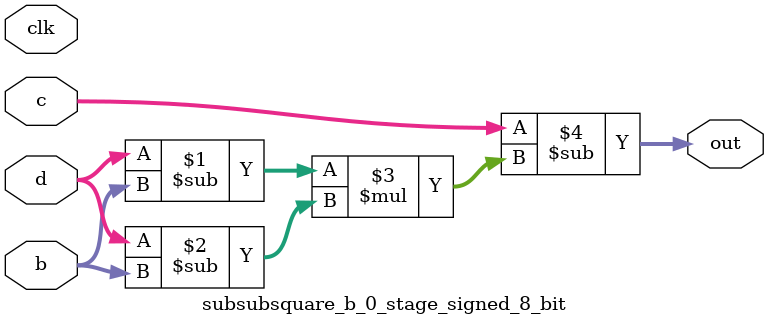
<source format=sv>
(* use_dsp = "yes" *) module subsubsquare_b_0_stage_signed_8_bit(
	input signed [7:0] b,
	input signed [7:0] c,
	input signed [7:0] d,
	output [7:0] out,
	input clk);

	assign out = c - ((d - b) * (d - b));
endmodule

</source>
